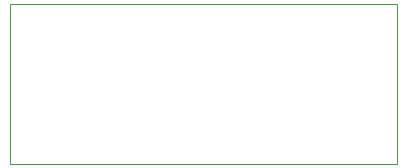
<source format=gbr>
G04 #@! TF.GenerationSoftware,KiCad,Pcbnew,(5.1.5)-3*
G04 #@! TF.CreationDate,2020-05-12T16:51:08+05:30*
G04 #@! TF.ProjectId,Teseo_Mod,54657365-6f5f-44d6-9f64-2e6b69636164,rev?*
G04 #@! TF.SameCoordinates,Original*
G04 #@! TF.FileFunction,Profile,NP*
%FSLAX46Y46*%
G04 Gerber Fmt 4.6, Leading zero omitted, Abs format (unit mm)*
G04 Created by KiCad (PCBNEW (5.1.5)-3) date 2020-05-12 16:51:08*
%MOMM*%
%LPD*%
G04 APERTURE LIST*
%ADD10C,0.050000*%
G04 APERTURE END LIST*
D10*
X172400000Y-118000000D02*
X172400000Y-117500000D01*
X172100000Y-118000000D02*
X172400000Y-118000000D01*
X172400000Y-104500000D02*
X172100000Y-104500000D01*
X139600000Y-118000000D02*
X172100000Y-118000000D01*
X172400000Y-104500000D02*
X172400000Y-117500000D01*
X145600000Y-104500000D02*
X172100000Y-104500000D01*
X139600000Y-104500000D02*
X145600000Y-104500000D01*
X139600000Y-118000000D02*
X139600000Y-104500000D01*
M02*

</source>
